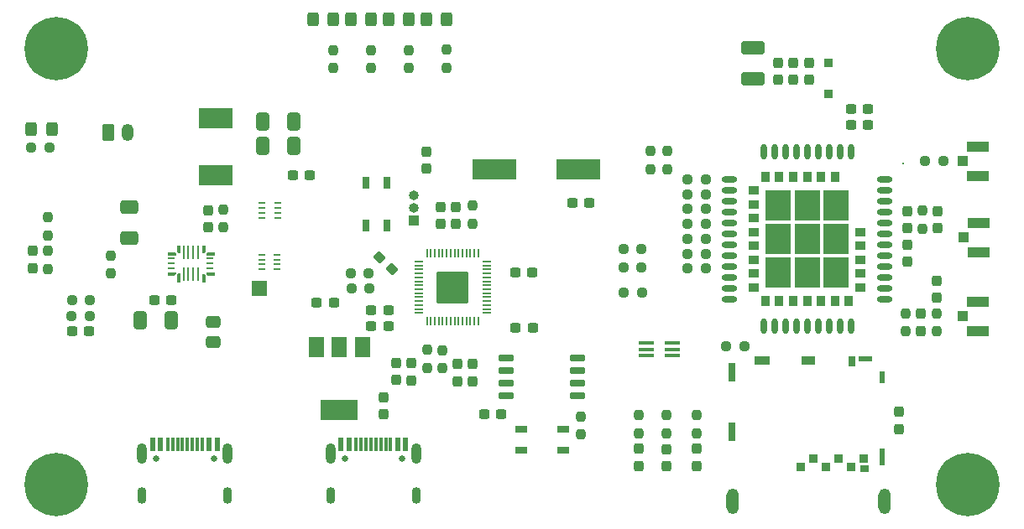
<source format=gbr>
%TF.GenerationSoftware,KiCad,Pcbnew,(6.0.2-0)*%
%TF.CreationDate,2022-03-16T22:47:49+01:00*%
%TF.ProjectId,RP2040GPSTracker,52503230-3430-4475-9053-547261636b65,rev?*%
%TF.SameCoordinates,PX4416780PY363af58*%
%TF.FileFunction,Soldermask,Top*%
%TF.FilePolarity,Negative*%
%FSLAX46Y46*%
G04 Gerber Fmt 4.6, Leading zero omitted, Abs format (unit mm)*
G04 Created by KiCad (PCBNEW (6.0.2-0)) date 2022-03-16 22:47:49*
%MOMM*%
%LPD*%
G01*
G04 APERTURE LIST*
G04 Aperture macros list*
%AMRoundRect*
0 Rectangle with rounded corners*
0 $1 Rounding radius*
0 $2 $3 $4 $5 $6 $7 $8 $9 X,Y pos of 4 corners*
0 Add a 4 corners polygon primitive as box body*
4,1,4,$2,$3,$4,$5,$6,$7,$8,$9,$2,$3,0*
0 Add four circle primitives for the rounded corners*
1,1,$1+$1,$2,$3*
1,1,$1+$1,$4,$5*
1,1,$1+$1,$6,$7*
1,1,$1+$1,$8,$9*
0 Add four rect primitives between the rounded corners*
20,1,$1+$1,$2,$3,$4,$5,0*
20,1,$1+$1,$4,$5,$6,$7,0*
20,1,$1+$1,$6,$7,$8,$9,0*
20,1,$1+$1,$8,$9,$2,$3,0*%
G04 Aperture macros list end*
%ADD10C,0.100000*%
%ADD11C,0.650000*%
%ADD12R,0.600000X1.450000*%
%ADD13R,0.300000X1.450000*%
%ADD14O,0.900000X1.700000*%
%ADD15O,1.000000X2.100000*%
%ADD16RoundRect,0.250000X-0.412500X-0.650000X0.412500X-0.650000X0.412500X0.650000X-0.412500X0.650000X0*%
%ADD17RoundRect,0.237500X0.237500X-0.250000X0.237500X0.250000X-0.237500X0.250000X-0.237500X-0.250000X0*%
%ADD18RoundRect,0.237500X-0.237500X0.300000X-0.237500X-0.300000X0.237500X-0.300000X0.237500X0.300000X0*%
%ADD19RoundRect,0.237500X-0.250000X-0.237500X0.250000X-0.237500X0.250000X0.237500X-0.250000X0.237500X0*%
%ADD20RoundRect,0.237500X0.237500X-0.300000X0.237500X0.300000X-0.237500X0.300000X-0.237500X-0.300000X0*%
%ADD21RoundRect,0.237500X0.300000X0.237500X-0.300000X0.237500X-0.300000X-0.237500X0.300000X-0.237500X0*%
%ADD22R,0.127000X0.127000*%
%ADD23R,0.250000X1.400000*%
%ADD24R,0.700000X0.250000*%
%ADD25C,6.400000*%
%ADD26O,1.600000X0.600000*%
%ADD27O,0.600000X1.600000*%
%ADD28R,1.100000X0.900000*%
%ADD29R,0.900000X1.100000*%
%ADD30R,2.600000X3.100000*%
%ADD31RoundRect,0.250000X-0.650000X0.412500X-0.650000X-0.412500X0.650000X-0.412500X0.650000X0.412500X0*%
%ADD32RoundRect,0.237500X-0.237500X0.250000X-0.237500X-0.250000X0.237500X-0.250000X0.237500X0.250000X0*%
%ADD33RoundRect,0.237500X0.250000X0.237500X-0.250000X0.237500X-0.250000X-0.237500X0.250000X-0.237500X0*%
%ADD34R,1.041400X0.990600*%
%ADD35R,2.209800X1.041400*%
%ADD36RoundRect,0.250000X-0.325000X-0.450000X0.325000X-0.450000X0.325000X0.450000X-0.325000X0.450000X0*%
%ADD37RoundRect,0.250000X-0.350000X-0.625000X0.350000X-0.625000X0.350000X0.625000X-0.350000X0.625000X0*%
%ADD38O,1.200000X1.750000*%
%ADD39RoundRect,0.250000X0.325000X0.450000X-0.325000X0.450000X-0.325000X-0.450000X0.325000X-0.450000X0*%
%ADD40R,1.500000X0.400000*%
%ADD41RoundRect,0.050000X0.387500X0.050000X-0.387500X0.050000X-0.387500X-0.050000X0.387500X-0.050000X0*%
%ADD42RoundRect,0.050000X0.050000X0.387500X-0.050000X0.387500X-0.050000X-0.387500X0.050000X-0.387500X0*%
%ADD43RoundRect,0.144000X1.456000X1.456000X-1.456000X1.456000X-1.456000X-1.456000X1.456000X-1.456000X0*%
%ADD44R,3.400000X2.000000*%
%ADD45RoundRect,0.237500X-0.300000X-0.237500X0.300000X-0.237500X0.300000X0.237500X-0.300000X0.237500X0*%
%ADD46R,0.711200X0.228600*%
%ADD47R,1.000000X1.000000*%
%ADD48O,1.000000X1.000000*%
%ADD49R,1.500000X2.000000*%
%ADD50R,3.800000X2.000000*%
%ADD51RoundRect,0.237500X0.237500X-0.287500X0.237500X0.287500X-0.237500X0.287500X-0.237500X-0.287500X0*%
%ADD52RoundRect,0.237500X-0.380070X0.044194X0.044194X-0.380070X0.380070X-0.044194X-0.044194X0.380070X0*%
%ADD53R,0.203200X0.203200*%
%ADD54R,0.101600X0.635000*%
%ADD55R,0.838200X0.939800*%
%ADD56R,0.939800X0.787400*%
%ADD57O,1.270000X2.565400*%
%ADD58R,0.558800X1.651000*%
%ADD59R,0.558800X1.219200*%
%ADD60R,1.371600X0.609600*%
%ADD61R,0.736600X1.016000*%
%ADD62R,1.346200X0.965200*%
%ADD63R,1.574800X0.965200*%
%ADD64R,0.635000X1.955800*%
%ADD65R,4.500000X2.000000*%
%ADD66RoundRect,0.250000X0.925000X-0.412500X0.925000X0.412500X-0.925000X0.412500X-0.925000X-0.412500X0*%
%ADD67R,0.950000X0.900000*%
%ADD68R,0.550000X0.300000*%
%ADD69R,0.520000X0.300000*%
%ADD70R,0.650000X1.200000*%
%ADD71RoundRect,0.250000X-0.475000X0.337500X-0.475000X-0.337500X0.475000X-0.337500X0.475000X0.337500X0*%
%ADD72R,1.200000X0.650000*%
%ADD73RoundRect,0.150000X0.650000X0.150000X-0.650000X0.150000X-0.650000X-0.150000X0.650000X-0.150000X0*%
G04 APERTURE END LIST*
D10*
%TO.C,U6*%
X19497571Y26081644D02*
X19497571Y26331644D01*
X19497571Y26331644D02*
X18797571Y26331644D01*
X18797571Y26331644D02*
X18797571Y26181644D01*
X18797571Y26181644D02*
X18897571Y26081644D01*
X18897571Y26081644D02*
X19497571Y26081644D01*
G36*
X19497571Y26081644D02*
G01*
X18897571Y26081644D01*
X18797571Y26181644D01*
X18797571Y26331644D01*
X19497571Y26331644D01*
X19497571Y26081644D01*
G37*
X19497571Y26081644D02*
X18897571Y26081644D01*
X18797571Y26181644D01*
X18797571Y26331644D01*
X19497571Y26331644D01*
X19497571Y26081644D01*
X14897569Y26081644D02*
X14897569Y26331644D01*
X14897569Y26331644D02*
X15597569Y26331644D01*
X15597569Y26331644D02*
X15597569Y26181644D01*
X15597569Y26181644D02*
X15497569Y26081644D01*
X15497569Y26081644D02*
X14897569Y26081644D01*
G36*
X15597569Y26181644D02*
G01*
X15497569Y26081644D01*
X14897569Y26081644D01*
X14897569Y26331644D01*
X15597569Y26331644D01*
X15597569Y26181644D01*
G37*
X15597569Y26181644D02*
X15497569Y26081644D01*
X14897569Y26081644D01*
X14897569Y26331644D01*
X15597569Y26331644D01*
X15597569Y26181644D01*
X18572885Y25406896D02*
X18322885Y25406896D01*
X18322885Y25406896D02*
X18322885Y26106896D01*
X18322885Y26106896D02*
X18472885Y26106896D01*
X18472885Y26106896D02*
X18572885Y26006896D01*
X18572885Y26006896D02*
X18572885Y25406896D01*
G36*
X18572885Y26006896D02*
G01*
X18572885Y25406896D01*
X18322885Y25406896D01*
X18322885Y26106896D01*
X18472885Y26106896D01*
X18572885Y26006896D01*
G37*
X18572885Y26006896D02*
X18572885Y25406896D01*
X18322885Y25406896D01*
X18322885Y26106896D01*
X18472885Y26106896D01*
X18572885Y26006896D01*
X15822255Y25406896D02*
X16072255Y25406896D01*
X16072255Y25406896D02*
X16072255Y26206896D01*
X16072255Y26206896D02*
X15922255Y26206896D01*
X15922255Y26206896D02*
X15822255Y26006896D01*
X15822255Y26006896D02*
X15822255Y25406896D01*
G36*
X16072255Y25406896D02*
G01*
X15822255Y25406896D01*
X15822255Y26006896D01*
X15922255Y26206896D01*
X16072255Y26206896D01*
X16072255Y25406896D01*
G37*
X16072255Y25406896D02*
X15822255Y25406896D01*
X15822255Y26006896D01*
X15922255Y26206896D01*
X16072255Y26206896D01*
X16072255Y25406896D01*
X19497571Y28332148D02*
X19497571Y28082148D01*
X19497571Y28082148D02*
X18797571Y28082148D01*
X18797571Y28082148D02*
X18797571Y28232148D01*
X18797571Y28232148D02*
X18897571Y28332148D01*
X18897571Y28332148D02*
X19497571Y28332148D01*
G36*
X19497571Y28082148D02*
G01*
X18797571Y28082148D01*
X18797571Y28232148D01*
X18897571Y28332148D01*
X19497571Y28332148D01*
X19497571Y28082148D01*
G37*
X19497571Y28082148D02*
X18797571Y28082148D01*
X18797571Y28232148D01*
X18897571Y28332148D01*
X19497571Y28332148D01*
X19497571Y28082148D01*
X18572885Y29006896D02*
X18322885Y29006896D01*
X18322885Y29006896D02*
X18322885Y28306896D01*
X18322885Y28306896D02*
X18472885Y28306896D01*
X18472885Y28306896D02*
X18572885Y28406896D01*
X18572885Y28406896D02*
X18572885Y29006896D01*
G36*
X18572885Y28406896D02*
G01*
X18472885Y28306896D01*
X18322885Y28306896D01*
X18322885Y29006896D01*
X18572885Y29006896D01*
X18572885Y28406896D01*
G37*
X18572885Y28406896D02*
X18472885Y28306896D01*
X18322885Y28306896D01*
X18322885Y29006896D01*
X18572885Y29006896D01*
X18572885Y28406896D01*
X15822255Y29006896D02*
X16072255Y29006896D01*
X16072255Y29006896D02*
X16072255Y28306896D01*
X16072255Y28306896D02*
X15922255Y28306896D01*
X15922255Y28306896D02*
X15822255Y28406896D01*
X15822255Y28406896D02*
X15822255Y29006896D01*
G36*
X16072255Y28306896D02*
G01*
X15922255Y28306896D01*
X15822255Y28406896D01*
X15822255Y29006896D01*
X16072255Y29006896D01*
X16072255Y28306896D01*
G37*
X16072255Y28306896D02*
X15922255Y28306896D01*
X15822255Y28406896D01*
X15822255Y29006896D01*
X16072255Y29006896D01*
X16072255Y28306896D01*
X14897569Y28332148D02*
X14897569Y28082148D01*
X14897569Y28082148D02*
X15597569Y28082148D01*
X15597569Y28082148D02*
X15597569Y28232148D01*
X15597569Y28232148D02*
X15497569Y28332148D01*
X15497569Y28332148D02*
X14897569Y28332148D01*
G36*
X15597569Y28232148D02*
G01*
X15597569Y28082148D01*
X14897569Y28082148D01*
X14897569Y28332148D01*
X15497569Y28332148D01*
X15597569Y28232148D01*
G37*
X15597569Y28232148D02*
X15597569Y28082148D01*
X14897569Y28082148D01*
X14897569Y28332148D01*
X15497569Y28332148D01*
X15597569Y28232148D01*
%TO.C,U4*%
X24100000Y24430001D02*
X24100000Y23989999D01*
X24100000Y23989999D02*
X24760001Y23989999D01*
X24760001Y23989999D02*
X24760001Y24430001D01*
X24760001Y24430001D02*
X24100000Y24430001D01*
G36*
X24760001Y23989999D02*
G01*
X24100000Y23989999D01*
X24100000Y24430001D01*
X24760001Y24430001D01*
X24760001Y23989999D01*
G37*
X24760001Y23989999D02*
X24100000Y23989999D01*
X24100000Y24430001D01*
X24760001Y24430001D01*
X24760001Y23989999D01*
X23359999Y24930000D02*
X23359999Y24490000D01*
X23359999Y24490000D02*
X24020000Y24490000D01*
X24020000Y24490000D02*
X24020000Y24930000D01*
X24020000Y24930000D02*
X23359999Y24930000D01*
G36*
X24020000Y24490000D02*
G01*
X23359999Y24490000D01*
X23359999Y24930000D01*
X24020000Y24930000D01*
X24020000Y24490000D01*
G37*
X24020000Y24490000D02*
X23359999Y24490000D01*
X23359999Y24930000D01*
X24020000Y24930000D01*
X24020000Y24490000D01*
X23359999Y25430001D02*
X23359999Y24989999D01*
X23359999Y24989999D02*
X24020000Y24989999D01*
X24020000Y24989999D02*
X24020000Y25430001D01*
X24020000Y25430001D02*
X23359999Y25430001D01*
G36*
X24020000Y24989999D02*
G01*
X23359999Y24989999D01*
X23359999Y25430001D01*
X24020000Y25430001D01*
X24020000Y24989999D01*
G37*
X24020000Y24989999D02*
X23359999Y24989999D01*
X23359999Y25430001D01*
X24020000Y25430001D01*
X24020000Y24989999D01*
X24100000Y24930000D02*
X24100000Y24490000D01*
X24100000Y24490000D02*
X24760001Y24490000D01*
X24760001Y24490000D02*
X24760001Y24930000D01*
X24760001Y24930000D02*
X24100000Y24930000D01*
G36*
X24760001Y24490000D02*
G01*
X24100000Y24490000D01*
X24100000Y24930000D01*
X24760001Y24930000D01*
X24760001Y24490000D01*
G37*
X24760001Y24490000D02*
X24100000Y24490000D01*
X24100000Y24930000D01*
X24760001Y24930000D01*
X24760001Y24490000D01*
X24100000Y25430001D02*
X24100000Y24989999D01*
X24100000Y24989999D02*
X24760001Y24989999D01*
X24760001Y24989999D02*
X24760001Y25430001D01*
X24760001Y25430001D02*
X24100000Y25430001D01*
G36*
X24760001Y24989999D02*
G01*
X24100000Y24989999D01*
X24100000Y25430001D01*
X24760001Y25430001D01*
X24760001Y24989999D01*
G37*
X24760001Y24989999D02*
X24100000Y24989999D01*
X24100000Y25430001D01*
X24760001Y25430001D01*
X24760001Y24989999D01*
X23359999Y24430001D02*
X23359999Y23989999D01*
X23359999Y23989999D02*
X24020000Y23989999D01*
X24020000Y23989999D02*
X24020000Y24430001D01*
X24020000Y24430001D02*
X23359999Y24430001D01*
G36*
X24020000Y23989999D02*
G01*
X23359999Y23989999D01*
X23359999Y24430001D01*
X24020000Y24430001D01*
X24020000Y23989999D01*
G37*
X24020000Y23989999D02*
X23359999Y23989999D01*
X23359999Y24430001D01*
X24020000Y24430001D01*
X24020000Y23989999D01*
%TD*%
D11*
%TO.C,J7*%
X32714800Y7464600D03*
X38494800Y7464600D03*
D12*
X32354800Y8909600D03*
X33154800Y8909600D03*
D13*
X34354800Y8909600D03*
X35354800Y8909600D03*
X35854800Y8909600D03*
X36854800Y8909600D03*
D12*
X38054800Y8909600D03*
X38854800Y8909600D03*
X38854800Y8909600D03*
X38054800Y8909600D03*
D13*
X37354800Y8909600D03*
X36354800Y8909600D03*
X34854800Y8909600D03*
X33854800Y8909600D03*
D12*
X33154800Y8909600D03*
X32354800Y8909600D03*
D14*
X31279800Y3814600D03*
D15*
X39929800Y7994600D03*
X31279800Y7994600D03*
D14*
X39929800Y3814600D03*
%TD*%
D16*
%TO.C,C46*%
X24463600Y39084600D03*
X27588600Y39084600D03*
%TD*%
D17*
%TO.C,R38*%
X2740000Y30050000D03*
X2740000Y31875000D03*
%TD*%
D18*
%TO.C,C24*%
X92440000Y25492500D03*
X92440000Y23767500D03*
%TD*%
D19*
%TO.C,R32*%
X91277500Y37530000D03*
X93102500Y37530000D03*
%TD*%
D20*
%TO.C,C28*%
X68180000Y6757500D03*
X68180000Y8482500D03*
%TD*%
D21*
%TO.C,C35*%
X31602500Y23250000D03*
X29877500Y23250000D03*
%TD*%
D22*
%TO.C,U6*%
X15947255Y25806896D03*
D23*
X16447381Y26106896D03*
X16947507Y26106896D03*
X17447633Y26106896D03*
X17947759Y26106896D03*
D22*
X18447885Y25756896D03*
X19147571Y26206644D03*
D24*
X19147571Y26706770D03*
X19147571Y27206896D03*
X19147571Y27707022D03*
D22*
X19147571Y28207148D03*
X18447885Y28656896D03*
D23*
X17947759Y28306896D03*
X17447633Y28306896D03*
X16947507Y28306896D03*
X16447381Y28306896D03*
D22*
X15947255Y28656896D03*
X15247569Y28207148D03*
D24*
X15247569Y27707022D03*
X15247569Y27206896D03*
X15247569Y26706770D03*
D22*
X15247569Y26206644D03*
%TD*%
D25*
%TO.C,H4*%
X3604800Y4864600D03*
%TD*%
D26*
%TO.C,U2*%
X71504000Y35731200D03*
X71504000Y34631200D03*
X71504000Y33531200D03*
X71504000Y32431200D03*
X71504000Y31331200D03*
X71504000Y30231200D03*
X71504000Y29131200D03*
X71504000Y28031200D03*
X71504000Y26931200D03*
X71504000Y25831200D03*
X71504000Y24731200D03*
X71504000Y23631200D03*
D27*
X74954000Y20881200D03*
X76054000Y20881200D03*
X77154000Y20881200D03*
X78254000Y20881200D03*
X79354000Y20881200D03*
X80454000Y20881200D03*
X81554000Y20881200D03*
X82654000Y20881200D03*
X83754000Y20881200D03*
D26*
X87204000Y23631200D03*
X87204000Y24731200D03*
X87204000Y25831200D03*
X87204000Y26931200D03*
X87204000Y28031200D03*
X87204000Y29131200D03*
X87204000Y30231200D03*
X87204000Y31331200D03*
X87204000Y32431200D03*
X87204000Y33531200D03*
X87204000Y34631200D03*
X87204000Y35731200D03*
D27*
X83754000Y38481200D03*
X82654000Y38481200D03*
X81554000Y38481200D03*
X80454000Y38481200D03*
X79354000Y38481200D03*
X78254000Y38481200D03*
X77154000Y38481200D03*
X76054000Y38481200D03*
X74954000Y38481200D03*
D28*
X74004000Y34581200D03*
X74004000Y33181200D03*
X74004000Y31781200D03*
X74004000Y30381200D03*
X74004000Y28981200D03*
X74004000Y27581200D03*
X74004000Y26181200D03*
X74004000Y24781200D03*
D29*
X75154000Y23381200D03*
X76554000Y23381200D03*
X77954000Y23381200D03*
X79354000Y23381200D03*
X80754000Y23381200D03*
X82154000Y23381200D03*
X83554000Y23381200D03*
D28*
X84704000Y24781200D03*
X84704000Y26181200D03*
X84704000Y27581200D03*
X84704000Y28981200D03*
X84704000Y30381200D03*
D29*
X82154000Y35981200D03*
X80754000Y35981200D03*
X79354000Y35981200D03*
X77954000Y35981200D03*
X76554000Y35981200D03*
X75154000Y35981200D03*
D30*
X76454000Y33081200D03*
X76454000Y29681200D03*
X76454000Y26281200D03*
X79354000Y26281200D03*
X82254000Y26281200D03*
X82254000Y29681200D03*
X82254000Y33081200D03*
X79354000Y33081200D03*
X79354000Y29681200D03*
%TD*%
D31*
%TO.C,C34*%
X10965000Y32887500D03*
X10965000Y29762500D03*
%TD*%
D32*
%TO.C,R30*%
X35350000Y48765000D03*
X35350000Y46940000D03*
%TD*%
D19*
%TO.C,R16*%
X60852500Y24300000D03*
X62677500Y24300000D03*
%TD*%
D33*
%TO.C,R28*%
X2940000Y38925000D03*
X1115000Y38925000D03*
%TD*%
D25*
%TO.C,H3*%
X95604800Y4864600D03*
%TD*%
D34*
%TO.C,J4*%
X95085600Y21883200D03*
D35*
X96610601Y20408199D03*
X96610601Y23358201D03*
%TD*%
D18*
%TO.C,C23*%
X89460000Y32495000D03*
X89460000Y30770000D03*
%TD*%
D33*
%TO.C,R7*%
X69152500Y31200000D03*
X67327500Y31200000D03*
%TD*%
D19*
%TO.C,R19*%
X33377500Y24700000D03*
X35202500Y24700000D03*
%TD*%
D36*
%TO.C,D4*%
X37110000Y51860000D03*
X39160000Y51860000D03*
%TD*%
D21*
%TO.C,C19*%
X57381700Y33293400D03*
X55656700Y33293400D03*
%TD*%
D37*
%TO.C,J9*%
X8850000Y40422000D03*
D38*
X10850000Y40422000D03*
%TD*%
D18*
%TO.C,C8*%
X45631000Y17055600D03*
X45631000Y15330600D03*
%TD*%
D39*
%TO.C,D2*%
X3165000Y40750000D03*
X1115000Y40750000D03*
%TD*%
D19*
%TO.C,R18*%
X33327500Y26200000D03*
X35152500Y26200000D03*
%TD*%
D20*
%TO.C,C20*%
X40990000Y36797500D03*
X40990000Y38522500D03*
%TD*%
D19*
%TO.C,R27*%
X71177500Y18830000D03*
X73002500Y18830000D03*
%TD*%
D18*
%TO.C,C11*%
X39408000Y17129600D03*
X39408000Y15404600D03*
%TD*%
D32*
%TO.C,R22*%
X42980000Y48782500D03*
X42980000Y46957500D03*
%TD*%
D33*
%TO.C,R8*%
X69152500Y34200000D03*
X67327500Y34200000D03*
%TD*%
D17*
%TO.C,R25*%
X65140000Y10040000D03*
X65140000Y11865000D03*
%TD*%
%TO.C,R20*%
X92440000Y20337500D03*
X92440000Y22162500D03*
%TD*%
D32*
%TO.C,R5*%
X56553000Y11768600D03*
X56553000Y9943600D03*
%TD*%
%TO.C,R21*%
X90980000Y32552500D03*
X90980000Y30727500D03*
%TD*%
D40*
%TO.C,CR1*%
X65790000Y17900000D03*
X65790000Y18550000D03*
X65790000Y19200000D03*
X63130000Y19200000D03*
X63130000Y18550000D03*
X63130000Y17900000D03*
%TD*%
D41*
%TO.C,U3*%
X47036500Y22202600D03*
X47036500Y22602600D03*
X47036500Y23002600D03*
X47036500Y23402600D03*
X47036500Y23802600D03*
X47036500Y24202600D03*
X47036500Y24602600D03*
X47036500Y25002600D03*
X47036500Y25402600D03*
X47036500Y25802600D03*
X47036500Y26202600D03*
X47036500Y26602600D03*
X47036500Y27002600D03*
X47036500Y27402600D03*
D42*
X46199000Y28240100D03*
X45799000Y28240100D03*
X45399000Y28240100D03*
X44999000Y28240100D03*
X44599000Y28240100D03*
X44199000Y28240100D03*
X43799000Y28240100D03*
X43399000Y28240100D03*
X42999000Y28240100D03*
X42599000Y28240100D03*
X42199000Y28240100D03*
X41799000Y28240100D03*
X41399000Y28240100D03*
X40999000Y28240100D03*
D41*
X40161500Y27402600D03*
X40161500Y27002600D03*
X40161500Y26602600D03*
X40161500Y26202600D03*
X40161500Y25802600D03*
X40161500Y25402600D03*
X40161500Y25002600D03*
X40161500Y24602600D03*
X40161500Y24202600D03*
X40161500Y23802600D03*
X40161500Y23402600D03*
X40161500Y23002600D03*
X40161500Y22602600D03*
X40161500Y22202600D03*
D42*
X40999000Y21365100D03*
X41399000Y21365100D03*
X41799000Y21365100D03*
X42199000Y21365100D03*
X42599000Y21365100D03*
X42999000Y21365100D03*
X43399000Y21365100D03*
X43799000Y21365100D03*
X44199000Y21365100D03*
X44599000Y21365100D03*
X44999000Y21365100D03*
X45399000Y21365100D03*
X45799000Y21365100D03*
X46199000Y21365100D03*
D43*
X43599000Y24802600D03*
%TD*%
D25*
%TO.C,H2*%
X95604800Y48864600D03*
%TD*%
D44*
%TO.C,L2*%
X19714600Y41858400D03*
X19714600Y36158400D03*
%TD*%
D45*
%TO.C,C6*%
X35377500Y20900000D03*
X37102500Y20900000D03*
%TD*%
D32*
%TO.C,R23*%
X39160000Y48760000D03*
X39160000Y46935000D03*
%TD*%
D21*
%TO.C,C12*%
X48525500Y11975600D03*
X46800500Y11975600D03*
%TD*%
D20*
%TO.C,C45*%
X1210000Y26742500D03*
X1210000Y28467500D03*
%TD*%
D46*
%TO.C,U10*%
X25925100Y26607455D03*
X25925100Y27107581D03*
X25925100Y27607707D03*
X25925100Y28107833D03*
X24324900Y28107833D03*
X24324900Y27607707D03*
X24324900Y27107581D03*
X24324900Y26607455D03*
%TD*%
D17*
%TO.C,R34*%
X2740000Y26680000D03*
X2740000Y28505000D03*
%TD*%
D18*
%TO.C,C5*%
X43954600Y32929500D03*
X43954600Y31204500D03*
%TD*%
D33*
%TO.C,R4*%
X69151050Y28200000D03*
X67326050Y28200000D03*
%TD*%
D47*
%TO.C,J3*%
X39645000Y31525000D03*
D48*
X39645000Y32795000D03*
X39645000Y34065000D03*
%TD*%
D16*
%TO.C,C38*%
X24463600Y41523000D03*
X27588600Y41523000D03*
%TD*%
D20*
%TO.C,C27*%
X88660000Y10487500D03*
X88660000Y12212500D03*
%TD*%
D32*
%TO.C,R12*%
X63565000Y38562500D03*
X63565000Y36737500D03*
%TD*%
D17*
%TO.C,R26*%
X62350000Y10077500D03*
X62350000Y11902500D03*
%TD*%
D49*
%TO.C,U7*%
X34490000Y18750000D03*
X32190000Y18750000D03*
X29890000Y18750000D03*
D50*
X32190000Y12450000D03*
%TD*%
D20*
%TO.C,C1*%
X44107000Y15330600D03*
X44107000Y17055600D03*
%TD*%
D32*
%TO.C,R31*%
X31560000Y48775000D03*
X31560000Y46950000D03*
%TD*%
D45*
%TO.C,C7*%
X35377500Y22450000D03*
X37102500Y22450000D03*
%TD*%
D17*
%TO.C,R37*%
X9130000Y26205000D03*
X9130000Y28030000D03*
%TD*%
D51*
%TO.C,D1*%
X89460000Y27382500D03*
X89460000Y29132500D03*
%TD*%
D36*
%TO.C,D5*%
X33305000Y51860000D03*
X35355000Y51860000D03*
%TD*%
D32*
%TO.C,R13*%
X89340000Y22162500D03*
X89340000Y20337500D03*
%TD*%
D20*
%TO.C,C30*%
X62350000Y6777500D03*
X62350000Y8502500D03*
%TD*%
D52*
%TO.C,C3*%
X36230120Y27859880D03*
X37449880Y26640120D03*
%TD*%
D53*
%TO.C,U8*%
X89036100Y37340000D03*
D54*
X89436100Y36861400D03*
X89836100Y36861400D03*
X89836100Y37818600D03*
X89436100Y37818600D03*
%TD*%
D20*
%TO.C,C29*%
X65140000Y6735000D03*
X65140000Y8460000D03*
%TD*%
D21*
%TO.C,C4*%
X51647300Y26305400D03*
X49922300Y26305400D03*
%TD*%
D17*
%TO.C,R24*%
X68180000Y10057500D03*
X68180000Y11882500D03*
%TD*%
D19*
%TO.C,R29*%
X5177500Y21920000D03*
X7002500Y21920000D03*
%TD*%
D45*
%TO.C,C36*%
X5227500Y20360000D03*
X6952500Y20360000D03*
%TD*%
D55*
%TO.C,J8*%
X83804999Y6659499D03*
X81264999Y6659499D03*
X78724999Y6659499D03*
X85074999Y7509500D03*
X82534999Y7509500D03*
X79994999Y7509500D03*
D56*
X85124999Y6479499D03*
D57*
X87215000Y3159500D03*
D58*
X86965001Y7659499D03*
D59*
X86965001Y15744499D03*
D60*
X85230000Y17564500D03*
D61*
X83914999Y17349500D03*
D62*
X79465102Y17384499D03*
D63*
X74830001Y17384500D03*
D64*
X71815000Y16209500D03*
X71765000Y10239500D03*
D57*
X71865000Y3159500D03*
%TD*%
D21*
%TO.C,C18*%
X85482500Y42790000D03*
X83757500Y42790000D03*
%TD*%
D19*
%TO.C,R15*%
X60830800Y28699000D03*
X62655800Y28699000D03*
%TD*%
D33*
%TO.C,R9*%
X69151050Y35700000D03*
X67326050Y35700000D03*
%TD*%
D18*
%TO.C,C22*%
X90860000Y22112500D03*
X90860000Y20387500D03*
%TD*%
D20*
%TO.C,C37*%
X36640000Y11977500D03*
X36640000Y13702500D03*
%TD*%
D25*
%TO.C,H1*%
X3604800Y48864600D03*
%TD*%
D65*
%TO.C,Y1*%
X56315000Y36700000D03*
X47815000Y36700000D03*
%TD*%
D66*
%TO.C,C13*%
X73910000Y45885000D03*
X73910000Y48960000D03*
%TD*%
D17*
%TO.C,R1*%
X42583000Y16627600D03*
X42583000Y18452600D03*
%TD*%
D46*
%TO.C,U5*%
X25940100Y31799811D03*
X25940100Y32299937D03*
X25940100Y32800063D03*
X25940100Y33300189D03*
X24339900Y33300189D03*
X24339900Y32800063D03*
X24339900Y32299937D03*
X24339900Y31799811D03*
%TD*%
D67*
%TO.C,Z1*%
X81512800Y44342200D03*
X81512800Y47492200D03*
%TD*%
D21*
%TO.C,C2*%
X51675100Y20738600D03*
X49950100Y20738600D03*
%TD*%
D68*
%TO.C,U4*%
X23704987Y25209999D03*
D69*
X23690001Y24710000D03*
X23690001Y24210001D03*
X24429999Y24210001D03*
X24429999Y24710000D03*
X24429999Y25209999D03*
%TD*%
D20*
%TO.C,C16*%
X79560000Y45765900D03*
X79560000Y47490900D03*
%TD*%
D33*
%TO.C,R6*%
X69151050Y29700000D03*
X67326050Y29700000D03*
%TD*%
%TO.C,R3*%
X69152500Y26700000D03*
X67327500Y26700000D03*
%TD*%
D32*
%TO.C,R11*%
X65215000Y38562500D03*
X65215000Y36737500D03*
%TD*%
D20*
%TO.C,C21*%
X92520000Y30770000D03*
X92520000Y32495000D03*
%TD*%
D32*
%TO.C,R35*%
X20502000Y32656500D03*
X20502000Y30831500D03*
%TD*%
D34*
%TO.C,J10*%
X95085600Y37520000D03*
D35*
X96610601Y36044999D03*
X96610601Y38995001D03*
%TD*%
D45*
%TO.C,C32*%
X13497500Y23470000D03*
X15222500Y23470000D03*
%TD*%
D11*
%TO.C,J6*%
X13714800Y7464600D03*
X19494800Y7464600D03*
D12*
X13354800Y8909600D03*
X14154800Y8909600D03*
D13*
X15354800Y8909600D03*
X16354800Y8909600D03*
X16854800Y8909600D03*
X17854800Y8909600D03*
D12*
X19054800Y8909600D03*
X19854800Y8909600D03*
X19854800Y8909600D03*
X19054800Y8909600D03*
D13*
X18354800Y8909600D03*
X17354800Y8909600D03*
X15854800Y8909600D03*
X14854800Y8909600D03*
D12*
X14154800Y8909600D03*
X13354800Y8909600D03*
D15*
X20929800Y7994600D03*
D14*
X12279800Y3814600D03*
X20929800Y3814600D03*
D15*
X12279800Y7994600D03*
%TD*%
D20*
%TO.C,C9*%
X42405200Y31204500D03*
X42405200Y32929500D03*
%TD*%
%TO.C,C10*%
X37884000Y15431100D03*
X37884000Y17156100D03*
%TD*%
D33*
%TO.C,R33*%
X7012500Y23500000D03*
X5187500Y23500000D03*
%TD*%
D16*
%TO.C,C31*%
X12057500Y21490000D03*
X15182500Y21490000D03*
%TD*%
D36*
%TO.C,D3*%
X40915000Y51850000D03*
X42965000Y51850000D03*
%TD*%
D17*
%TO.C,R17*%
X45631000Y31232600D03*
X45631000Y33057600D03*
%TD*%
D45*
%TO.C,C17*%
X83757500Y41240000D03*
X85482500Y41240000D03*
%TD*%
D34*
%TO.C,J5*%
X95105600Y29830000D03*
D35*
X96630601Y28354999D03*
X96630601Y31305001D03*
%TD*%
D70*
%TO.C,J2*%
X36995000Y31070000D03*
X36995000Y35370000D03*
X34845000Y31070000D03*
X34845000Y35370000D03*
%TD*%
D45*
%TO.C,C26*%
X27477500Y36100000D03*
X29202500Y36100000D03*
%TD*%
D20*
%TO.C,C14*%
X76432800Y45765900D03*
X76432800Y47490900D03*
%TD*%
D19*
%TO.C,R14*%
X60828900Y26844800D03*
X62653900Y26844800D03*
%TD*%
D71*
%TO.C,C33*%
X19486000Y21335000D03*
X19486000Y19260000D03*
%TD*%
D20*
%TO.C,C15*%
X77956800Y45765900D03*
X77956800Y47490900D03*
%TD*%
D17*
%TO.C,R2*%
X41059000Y16674600D03*
X41059000Y18499600D03*
%TD*%
D72*
%TO.C,J1*%
X50491400Y8309800D03*
X54791400Y8309800D03*
X54791400Y10459800D03*
X50491400Y10459800D03*
%TD*%
D33*
%TO.C,R10*%
X69152500Y32700000D03*
X67327500Y32700000D03*
%TD*%
D18*
%TO.C,C44*%
X18978000Y32555700D03*
X18978000Y30830700D03*
%TD*%
D36*
%TO.C,D6*%
X29495000Y51860000D03*
X31545000Y51860000D03*
%TD*%
D73*
%TO.C,U1*%
X56216000Y13880600D03*
X56216000Y15150600D03*
X56216000Y16420600D03*
X56216000Y17690600D03*
X49016000Y17690600D03*
X49016000Y16420600D03*
X49016000Y15150600D03*
X49016000Y13880600D03*
%TD*%
M02*

</source>
